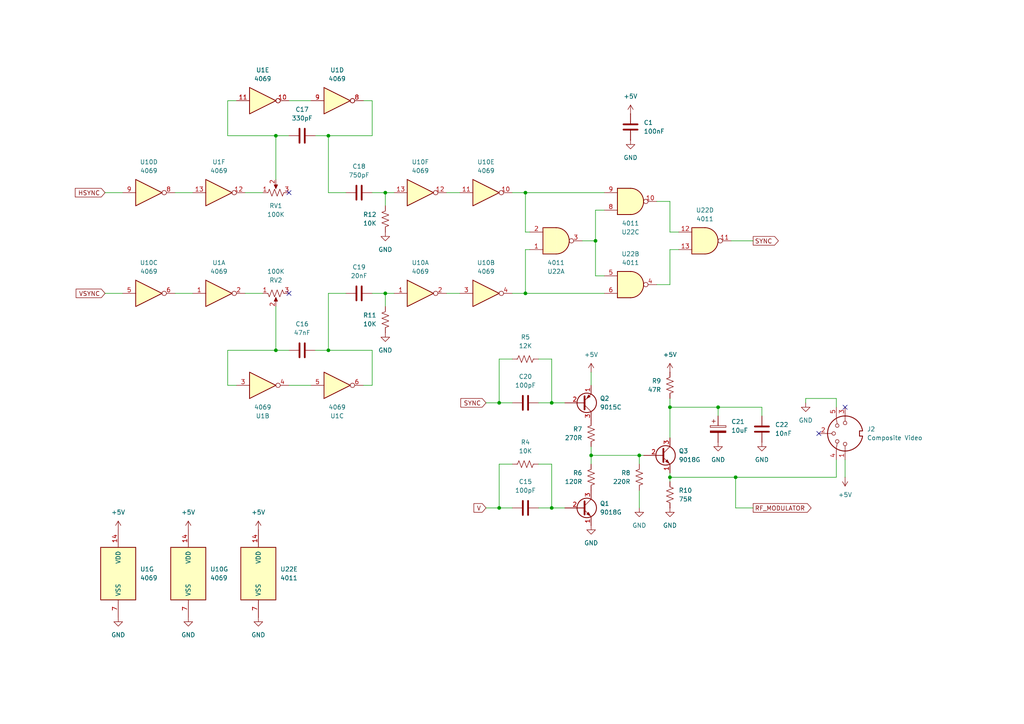
<source format=kicad_sch>
(kicad_sch (version 20231120) (generator "eeschema") (generator_version "8.0")
  (paper "A4")
  (title_block (title "Dick Smith System 80 Video and Cassette") (date "1980"))
  (lib_symbols
    (symbol "4xxx:4011" (pin_names (offset 1.016))
      (property "Reference" "U" (at 0 1.27 0))
      (property "Value" "4011" (at 0 -1.27 0))
      (symbol "4011_1_1"
        (arc (start 0 -3.81) (mid 3.7934 0) (end 0 3.81) (stroke (width 0.254)) (fill (type background)))
        (polyline (pts (xy 0 3.81) (xy -3.81 3.81) (xy -3.81 -3.81) (xy 0 -3.81)) (stroke (width 0.254)) (fill (type background)))
        (pin input line (at -7.62 2.54 0) (length 3.81) (name "~") (number "1"))
        (pin input line (at -7.62 -2.54 0) (length 3.81) (name "~") (number "2"))
        (pin output inverted (at 7.62 0 180) (length 3.81) (name "~") (number "3"))
      )
      (symbol "4011_1_2"
        (arc (start -3.81 -3.81) (mid -2.589 0) (end -3.81 3.81) (stroke (width 0.254)))
        (arc (start -0.6096 -3.81) (mid 2.1842 -2.5851) (end 3.81 0) (stroke (width 0.254)) (fill (type background)))
        (polyline (pts (xy -3.81 -3.81) (xy -0.635 -3.81)) (stroke (width 0.254)) (fill (type background)))
        (polyline (pts (xy -3.81 3.81) (xy -0.635 3.81)) (stroke (width 0.254)) (fill (type background)))
        (polyline (pts (xy -0.635 3.81) (xy -3.81 3.81) (xy -3.81 3.81) (xy -3.556 3.4036) (xy -3.0226 2.2606) (xy -2.6924 1.0414) (xy -2.6162 -0.254) (xy -2.7686 -1.4986) (xy -3.175 -2.7178) (xy -3.81 -3.81) (xy -3.81 -3.81) (xy -0.635 -3.81)) (stroke (width -25.4)) (fill (type background)))
        (arc (start 3.81 0) (mid 2.1915 2.5936) (end -0.6096 3.81) (stroke (width 0.254)) (fill (type background)))
        (pin input inverted (at -7.62 2.54 0) (length 4.318) (name "~") (number "1"))
        (pin input inverted (at -7.62 -2.54 0) (length 4.318) (name "~") (number "2"))
        (pin output line (at 7.62 0 180) (length 3.81) (name "~") (number "3"))
      )
      (symbol "4011_2_1"
        (arc (start 0 -3.81) (mid 3.7934 0) (end 0 3.81) (stroke (width 0.254)) (fill (type background)))
        (polyline (pts (xy 0 3.81) (xy -3.81 3.81) (xy -3.81 -3.81) (xy 0 -3.81)) (stroke (width 0.254)) (fill (type background)))
        (pin output inverted (at 7.62 0 180) (length 3.81) (name "~") (number "4"))
        (pin input line (at -7.62 2.54 0) (length 3.81) (name "~") (number "5"))
        (pin input line (at -7.62 -2.54 0) (length 3.81) (name "~") (number "6"))
      )
      (symbol "4011_2_2"
        (arc (start -3.81 -3.81) (mid -2.589 0) (end -3.81 3.81) (stroke (width 0.254)))
        (arc (start -0.6096 -3.81) (mid 2.1842 -2.5851) (end 3.81 0) (stroke (width 0.254)) (fill (type background)))
        (polyline (pts (xy -3.81 -3.81) (xy -0.635 -3.81)) (stroke (width 0.254)) (fill (type background)))
        (polyline (pts (xy -3.81 3.81) (xy -0.635 3.81)) (stroke (width 0.254)) (fill (type background)))
        (polyline (pts (xy -0.635 3.81) (xy -3.81 3.81) (xy -3.81 3.81) (xy -3.556 3.4036) (xy -3.0226 2.2606) (xy -2.6924 1.0414) (xy -2.6162 -0.254) (xy -2.7686 -1.4986) (xy -3.175 -2.7178) (xy -3.81 -3.81) (xy -3.81 -3.81) (xy -0.635 -3.81)) (stroke (width -25.4)) (fill (type background)))
        (arc (start 3.81 0) (mid 2.1915 2.5936) (end -0.6096 3.81) (stroke (width 0.254)) (fill (type background)))
        (pin output line (at 7.62 0 180) (length 3.81) (name "~") (number "4"))
        (pin input inverted (at -7.62 2.54 0) (length 4.318) (name "~") (number "5"))
        (pin input inverted (at -7.62 -2.54 0) (length 4.318) (name "~") (number "6"))
      )
      (symbol "4011_3_1"
        (arc (start 0 -3.81) (mid 3.7934 0) (end 0 3.81) (stroke (width 0.254)) (fill (type background)))
        (polyline (pts (xy 0 3.81) (xy -3.81 3.81) (xy -3.81 -3.81) (xy 0 -3.81)) (stroke (width 0.254)) (fill (type background)))
        (pin output inverted (at 7.62 0 180) (length 3.81) (name "~") (number "10"))
        (pin input line (at -7.62 2.54 0) (length 3.81) (name "~") (number "8"))
        (pin input line (at -7.62 -2.54 0) (length 3.81) (name "~") (number "9"))
      )
      (symbol "4011_3_2"
        (arc (start -3.81 -3.81) (mid -2.589 0) (end -3.81 3.81) (stroke (width 0.254)))
        (arc (start -0.6096 -3.81) (mid 2.1842 -2.5851) (end 3.81 0) (stroke (width 0.254)) (fill (type background)))
        (polyline (pts (xy -3.81 -3.81) (xy -0.635 -3.81)) (stroke (width 0.254)) (fill (type background)))
        (polyline (pts (xy -3.81 3.81) (xy -0.635 3.81)) (stroke (width 0.254)) (fill (type background)))
        (polyline (pts (xy -0.635 3.81) (xy -3.81 3.81) (xy -3.81 3.81) (xy -3.556 3.4036) (xy -3.0226 2.2606) (xy -2.6924 1.0414) (xy -2.6162 -0.254) (xy -2.7686 -1.4986) (xy -3.175 -2.7178) (xy -3.81 -3.81) (xy -3.81 -3.81) (xy -0.635 -3.81)) (stroke (width -25.4)) (fill (type background)))
        (arc (start 3.81 0) (mid 2.1915 2.5936) (end -0.6096 3.81) (stroke (width 0.254)) (fill (type background)))
        (pin output line (at 7.62 0 180) (length 3.81) (name "~") (number "10"))
        (pin input inverted (at -7.62 2.54 0) (length 4.318) (name "~") (number "8"))
        (pin input inverted (at -7.62 -2.54 0) (length 4.318) (name "~") (number "9"))
      )
      (symbol "4011_4_1"
        (arc (start 0 -3.81) (mid 3.7934 0) (end 0 3.81) (stroke (width 0.254)) (fill (type background)))
        (polyline (pts (xy 0 3.81) (xy -3.81 3.81) (xy -3.81 -3.81) (xy 0 -3.81)) (stroke (width 0.254)) (fill (type background)))
        (pin output inverted (at 7.62 0 180) (length 3.81) (name "~") (number "11"))
        (pin input line (at -7.62 2.54 0) (length 3.81) (name "~") (number "12"))
        (pin input line (at -7.62 -2.54 0) (length 3.81) (name "~") (number "13"))
      )
      (symbol "4011_4_2"
        (arc (start -3.81 -3.81) (mid -2.589 0) (end -3.81 3.81) (stroke (width 0.254)))
        (arc (start -0.6096 -3.81) (mid 2.1842 -2.5851) (end 3.81 0) (stroke (width 0.254)) (fill (type background)))
        (polyline (pts (xy -3.81 -3.81) (xy -0.635 -3.81)) (stroke (width 0.254)) (fill (type background)))
        (polyline (pts (xy -3.81 3.81) (xy -0.635 3.81)) (stroke (width 0.254)) (fill (type background)))
        (polyline (pts (xy -0.635 3.81) (xy -3.81 3.81) (xy -3.81 3.81) (xy -3.556 3.4036) (xy -3.0226 2.2606) (xy -2.6924 1.0414) (xy -2.6162 -0.254) (xy -2.7686 -1.4986) (xy -3.175 -2.7178) (xy -3.81 -3.81) (xy -3.81 -3.81) (xy -0.635 -3.81)) (stroke (width -25.4)) (fill (type background)))
        (arc (start 3.81 0) (mid 2.1915 2.5936) (end -0.6096 3.81) (stroke (width 0.254)) (fill (type background)))
        (pin output line (at 7.62 0 180) (length 3.81) (name "~") (number "11"))
        (pin input inverted (at -7.62 2.54 0) (length 4.318) (name "~") (number "12"))
        (pin input inverted (at -7.62 -2.54 0) (length 4.318) (name "~") (number "13"))
      )
      (symbol "4011_5_0"
        (pin power_in line (at 0 12.7 270) (length 5.08) (name "VDD") (number "14"))
        (pin power_in line (at 0 -12.7 90) (length 5.08) (name "VSS") (number "7"))
      )
      (symbol "4011_5_1"
        (rectangle (start -5.08 7.62) (end 5.08 -7.62) (stroke (width 0.254)) (fill (type background)))
      )
    )
    (symbol "4xxx:4069" (pin_names (offset 1.016))
      (property "Reference" "U" (at 0 1.27 0))
      (property "Value" "4069" (at 0 -1.27 0))
      (symbol "4069_1_0"
        (polyline (pts (xy -3.81 3.81) (xy -3.81 -3.81) (xy 3.81 0) (xy -3.81 3.81)) (stroke (width 0.254)) (fill (type background)))
        (pin input line (at -7.62 0 0) (length 3.81) (name "~") (number "1"))
        (pin output inverted (at 7.62 0 180) (length 3.81) (name "~") (number "2"))
      )
      (symbol "4069_2_0"
        (polyline (pts (xy -3.81 3.81) (xy -3.81 -3.81) (xy 3.81 0) (xy -3.81 3.81)) (stroke (width 0.254)) (fill (type background)))
        (pin input line (at -7.62 0 0) (length 3.81) (name "~") (number "3"))
        (pin output inverted (at 7.62 0 180) (length 3.81) (name "~") (number "4"))
      )
      (symbol "4069_3_0"
        (polyline (pts (xy -3.81 3.81) (xy -3.81 -3.81) (xy 3.81 0) (xy -3.81 3.81)) (stroke (width 0.254)) (fill (type background)))
        (pin input line (at -7.62 0 0) (length 3.81) (name "~") (number "5"))
        (pin output inverted (at 7.62 0 180) (length 3.81) (name "~") (number "6"))
      )
      (symbol "4069_4_0"
        (polyline (pts (xy -3.81 3.81) (xy -3.81 -3.81) (xy 3.81 0) (xy -3.81 3.81)) (stroke (width 0.254)) (fill (type background)))
        (pin output inverted (at 7.62 0 180) (length 3.81) (name "~") (number "8"))
        (pin input line (at -7.62 0 0) (length 3.81) (name "~") (number "9"))
      )
      (symbol "4069_5_0"
        (polyline (pts (xy -3.81 3.81) (xy -3.81 -3.81) (xy 3.81 0) (xy -3.81 3.81)) (stroke (width 0.254)) (fill (type background)))
        (pin output inverted (at 7.62 0 180) (length 3.81) (name "~") (number "10"))
        (pin input line (at -7.62 0 0) (length 3.81) (name "~") (number "11"))
      )
      (symbol "4069_6_0"
        (polyline (pts (xy -3.81 3.81) (xy -3.81 -3.81) (xy 3.81 0) (xy -3.81 3.81)) (stroke (width 0.254)) (fill (type background)))
        (pin output inverted (at 7.62 0 180) (length 3.81) (name "~") (number "12"))
        (pin input line (at -7.62 0 0) (length 3.81) (name "~") (number "13"))
      )
      (symbol "4069_7_0"
        (pin power_in line (at 0 12.7 270) (length 5.08) (name "VDD") (number "14"))
        (pin power_in line (at 0 -12.7 90) (length 5.08) (name "VSS") (number "7"))
      )
      (symbol "4069_7_1"
        (rectangle (start -5.08 7.62) (end 5.08 -7.62) (stroke (width 0.254)) (fill (type background)))
      )
    )
    (symbol "Connector:DIN-5_180degree" (pin_names (offset 1.016))
      (property "Reference" "J" (at 3.175 5.715 0))
      (property "Value" "DIN-5_180degree" (at 0 -6.35 0))
      (symbol "DIN-5_180degree_0_1"
        (arc (start -5.08 0) (mid -3.8609 -3.3364) (end -0.762 -5.08) (stroke (width 0.254)))
        (circle (center -3.048 0) (radius 0.508))
        (circle (center -2.286 2.286) (radius 0.508))
        (polyline (pts (xy -5.08 0) (xy -3.556 0)))
        (polyline (pts (xy 0 5.08) (xy 0 3.81)))
        (polyline (pts (xy 5.08 0) (xy 3.556 0)))
        (polyline (pts (xy -5.08 2.54) (xy -4.318 2.54) (xy -2.794 2.286)))
        (polyline (pts (xy 5.08 2.54) (xy 4.318 2.54) (xy 2.794 2.286)))
        (polyline (pts (xy -0.762 -4.953) (xy -0.762 -4.191) (xy 0.762 -4.191) (xy 0.762 -4.953)) (stroke (width 0.254)))
        (circle (center 0 3.302) (radius 0.508))
        (arc (start 0.762 -5.08) (mid 3.8685 -3.343) (end 5.08 0) (stroke (width 0.254)))
        (circle (center 2.286 2.286) (radius 0.508))
        (circle (center 3.048 0) (radius 0.508))
        (arc (start 5.08 0) (mid 0 5.0579) (end -5.08 0) (stroke (width 0.254)))
      )
      (symbol "DIN-5_180degree_1_1"
        (pin passive line (at -7.62 0 0) (length 2.54) (name "~") (number "1"))
        (pin passive line (at 0 7.62 270) (length 2.54) (name "~") (number "2"))
        (pin passive line (at 7.62 0 180) (length 2.54) (name "~") (number "3"))
        (pin passive line (at -7.62 2.54 0) (length 2.54) (name "~") (number "4"))
        (pin passive line (at 7.62 2.54 180) (length 2.54) (name "~") (number "5"))
      )
    )
    (symbol "Device:C" (pin_numbers hide) (pin_names (offset 0.254))
      (property "Reference" "C" (at 0.635 2.54 0))
      (property "Value" "C" (at 0.635 -2.54 0))
      (symbol "C_0_1"
        (polyline (pts (xy -2.032 -0.762) (xy 2.032 -0.762)) (stroke (width 0.508)))
        (polyline (pts (xy -2.032 0.762) (xy 2.032 0.762)) (stroke (width 0.508)))
      )
      (symbol "C_1_1"
        (pin passive line (at 0 3.81 270) (length 2.794) (name "~") (number "1"))
        (pin passive line (at 0 -3.81 90) (length 2.794) (name "~") (number "2"))
      )
    )
    (symbol "Device:C_Polarized" (pin_numbers hide) (pin_names (offset 0.254))
      (property "Reference" "C" (at 0.635 2.54 0))
      (property "Value" "C_Polarized" (at 0.635 -2.54 0))
      (symbol "C_Polarized_0_1"
        (rectangle (start -2.286 0.508) (end 2.286 1.016))
        (polyline (pts (xy -1.778 2.286) (xy -0.762 2.286)))
        (polyline (pts (xy -1.27 2.794) (xy -1.27 1.778)))
        (rectangle (start 2.286 -0.508) (end -2.286 -1.016) (fill (type outline)))
      )
      (symbol "C_Polarized_1_1"
        (pin passive line (at 0 3.81 270) (length 2.794) (name "~") (number "1"))
        (pin passive line (at 0 -3.81 90) (length 2.794) (name "~") (number "2"))
      )
    )
    (symbol "Device:Q_NPN_EBC" (pin_names (offset 0) hide)
      (property "Reference" "Q" (at 5.08 1.27 0))
      (property "Value" "Q_NPN_EBC" (at 5.08 -1.27 0))
      (symbol "Q_NPN_EBC_0_1"
        (polyline (pts (xy 0.635 0.635) (xy 2.54 2.54)))
        (polyline (pts (xy 0.635 -0.635) (xy 2.54 -2.54) (xy 2.54 -2.54)))
        (polyline (pts (xy 0.635 1.905) (xy 0.635 -1.905) (xy 0.635 -1.905)) (stroke (width 0.508)))
        (polyline (pts (xy 1.27 -1.778) (xy 1.778 -1.27) (xy 2.286 -2.286) (xy 1.27 -1.778) (xy 1.27 -1.778)) (fill (type outline)))
        (circle (center 1.27 0) (radius 2.8194) (stroke (width 0.254)))
      )
      (symbol "Q_NPN_EBC_1_1"
        (pin passive line (at 2.54 -5.08 90) (length 2.54) (name "E") (number "1"))
        (pin passive line (at -5.08 0 0) (length 5.715) (name "B") (number "2"))
        (pin passive line (at 2.54 5.08 270) (length 2.54) (name "C") (number "3"))
      )
    )
    (symbol "Device:Q_PNP_EBC" (pin_names (offset 0) hide)
      (property "Reference" "Q" (at 5.08 1.27 0))
      (property "Value" "Q_PNP_EBC" (at 5.08 -1.27 0))
      (symbol "Q_PNP_EBC_0_1"
        (polyline (pts (xy 0.635 0.635) (xy 2.54 2.54)))
        (polyline (pts (xy 0.635 -0.635) (xy 2.54 -2.54) (xy 2.54 -2.54)))
        (polyline (pts (xy 0.635 1.905) (xy 0.635 -1.905) (xy 0.635 -1.905)) (stroke (width 0.508)))
        (polyline (pts (xy 2.286 -1.778) (xy 1.778 -2.286) (xy 1.27 -1.27) (xy 2.286 -1.778) (xy 2.286 -1.778)) (fill (type outline)))
        (circle (center 1.27 0) (radius 2.8194) (stroke (width 0.254)))
      )
      (symbol "Q_PNP_EBC_1_1"
        (pin passive line (at 2.54 -5.08 90) (length 2.54) (name "E") (number "1"))
        (pin input line (at -5.08 0 0) (length 5.715) (name "B") (number "2"))
        (pin passive line (at 2.54 5.08 270) (length 2.54) (name "C") (number "3"))
      )
    )
    (symbol "Device:R_Potentiometer_US" (pin_names (offset 1.016) hide)
      (property "Reference" "RV" (at -4.445 0 90))
      (property "Value" "R_Potentiometer_US" (at -2.54 0 90))
      (symbol "R_Potentiometer_US_0_1"
        (polyline (pts (xy 0 -2.286) (xy 0 -2.54)))
        (polyline (pts (xy 0 2.54) (xy 0 2.286)))
        (polyline (pts (xy 2.54 0) (xy 1.524 0)))
        (polyline (pts (xy 1.143 0) (xy 2.286 0.508) (xy 2.286 -0.508) (xy 1.143 0)) (fill (type outline)))
        (polyline (pts (xy 0 -0.762) (xy 1.016 -1.143) (xy 0 -1.524) (xy -1.016 -1.905) (xy 0 -2.286)))
        (polyline (pts (xy 0 0.762) (xy 1.016 0.381) (xy 0 0) (xy -1.016 -0.381) (xy 0 -0.762)))
        (polyline (pts (xy 0 2.286) (xy 1.016 1.905) (xy 0 1.524) (xy -1.016 1.143) (xy 0 0.762)))
      )
      (symbol "R_Potentiometer_US_1_1"
        (pin passive line (at 0 3.81 270) (length 1.27) (name "1") (number "1"))
        (pin passive line (at 3.81 0 180) (length 1.27) (name "2") (number "2"))
        (pin passive line (at 0 -3.81 90) (length 1.27) (name "3") (number "3"))
      )
    )
    (symbol "Device:R_US" (pin_numbers hide) (pin_names (offset 0))
      (property "Reference" "R" (at 2.54 0 90))
      (property "Value" "R_US" (at -2.54 0 90))
      (symbol "R_US_0_1"
        (polyline (pts (xy 0 -2.286) (xy 0 -2.54)))
        (polyline (pts (xy 0 2.286) (xy 0 2.54)))
        (polyline (pts (xy 0 -0.762) (xy 1.016 -1.143) (xy 0 -1.524) (xy -1.016 -1.905) (xy 0 -2.286)))
        (polyline (pts (xy 0 0.762) (xy 1.016 0.381) (xy 0 0) (xy -1.016 -0.381) (xy 0 -0.762)))
        (polyline (pts (xy 0 2.286) (xy 1.016 1.905) (xy 0 1.524) (xy -1.016 1.143) (xy 0 0.762)))
      )
      (symbol "R_US_1_1"
        (pin passive line (at 0 3.81 270) (length 1.27) (name "~") (number "1"))
        (pin passive line (at 0 -3.81 90) (length 1.27) (name "~") (number "2"))
      )
    )
    (symbol "power:+5V" (power) (pin_numbers hide) (pin_names (offset 0) hide)
      (property "Value" "+5V" (at 0 3.556 0))
      (symbol "+5V_0_1"
        (polyline (pts (xy -0.762 1.27) (xy 0 2.54)))
        (polyline (pts (xy 0 0) (xy 0 2.54)))
        (polyline (pts (xy 0 2.54) (xy 0.762 1.27)))
      )
      (symbol "+5V_1_1"
        (pin power_in line (at 0 0 90) (length 0) (name "~") (number "1"))
      )
    )
    (symbol "power:GND" (power) (pin_numbers hide) (pin_names (offset 0) hide)
      (property "Value" "GND" (at 0 -3.81 0))
      (symbol "GND_0_1"
        (polyline (pts (xy 0 0) (xy 0 -1.27) (xy 1.27 -1.27) (xy 0 -2.54) (xy -1.27 -1.27) (xy 0 -1.27)))
      )
      (symbol "GND_1_1"
        (pin power_in line (at 0 0 270) (length 0) (name "~") (number "1"))
      )
    )
  )
  (junction (at 152.4 55.88))
  (junction (at 194.31 138.43))
  (junction (at 152.4 85.09))
  (junction (at 144.78 116.84))
  (junction (at 213.36 138.43))
  (junction (at 95.25 39.37))
  (junction (at 172.72 69.85))
  (junction (at 208.28 118.11))
  (junction (at 111.76 55.88))
  (junction (at 144.78 147.32))
  (junction (at 111.76 85.09))
  (junction (at 80.01 101.6))
  (junction (at 171.45 132.08))
  (junction (at 160.02 116.84))
  (junction (at 160.02 147.32))
  (junction (at 95.25 101.6))
  (junction (at 194.31 118.11))
  (junction (at 80.01 39.37))
  (junction (at 185.42 132.08))
  (no_connect (at 83.82 85.09))
  (no_connect (at 245.11 118.11))
  (no_connect (at 83.82 55.88))
  (no_connect (at 237.49 125.73))
  (wire (pts (xy 100.33 55.88) (xy 95.25 55.88)))
  (wire (pts (xy 148.59 55.88) (xy 152.4 55.88)))
  (wire (pts (xy 152.4 85.09) (xy 152.4 72.39)))
  (wire (pts (xy 80.01 39.37) (xy 80.01 52.07)))
  (wire (pts (xy 171.45 107.95) (xy 171.45 111.76)))
  (wire (pts (xy 111.76 59.69) (xy 111.76 55.88)))
  (wire (pts (xy 152.4 85.09) (xy 175.26 85.09)))
  (wire (pts (xy 95.25 39.37) (xy 107.95 39.37)))
  (wire (pts (xy 80.01 39.37) (xy 66.04 39.37)))
  (wire (pts (xy 220.98 118.11) (xy 208.28 118.11)))
  (wire (pts (xy 83.82 29.21) (xy 90.17 29.21)))
  (wire (pts (xy 160.02 134.62) (xy 160.02 147.32)))
  (wire (pts (xy 160.02 116.84) (xy 163.83 116.84)))
  (wire (pts (xy 233.68 116.84) (xy 233.68 115.57)))
  (wire (pts (xy 190.5 82.55) (xy 194.31 82.55)))
  (wire (pts (xy 171.45 129.54) (xy 171.45 132.08)))
  (wire (pts (xy 185.42 132.08) (xy 186.69 132.08)))
  (wire (pts (xy 80.01 101.6) (xy 66.04 101.6)))
  (wire (pts (xy 30.48 85.09) (xy 35.56 85.09)))
  (wire (pts (xy 194.31 58.42) (xy 194.31 67.31)))
  (wire (pts (xy 100.33 85.09) (xy 95.25 85.09)))
  (wire (pts (xy 111.76 55.88) (xy 114.3 55.88)))
  (wire (pts (xy 30.48 55.88) (xy 35.56 55.88)))
  (wire (pts (xy 148.59 85.09) (xy 152.4 85.09)))
  (wire (pts (xy 194.31 138.43) (xy 194.31 137.16)))
  (wire (pts (xy 107.95 29.21) (xy 105.41 29.21)))
  (wire (pts (xy 111.76 55.88) (xy 107.95 55.88)))
  (wire (pts (xy 160.02 104.14) (xy 160.02 116.84)))
  (wire (pts (xy 218.44 147.32) (xy 213.36 147.32)))
  (wire (pts (xy 66.04 111.76) (xy 68.58 111.76)))
  (wire (pts (xy 152.4 67.31) (xy 153.67 67.31)))
  (wire (pts (xy 172.72 60.96) (xy 175.26 60.96)))
  (wire (pts (xy 156.21 116.84) (xy 160.02 116.84)))
  (wire (pts (xy 194.31 115.57) (xy 194.31 118.11)))
  (wire (pts (xy 144.78 116.84) (xy 148.59 116.84)))
  (wire (pts (xy 190.5 58.42) (xy 194.31 58.42)))
  (wire (pts (xy 194.31 67.31) (xy 196.85 67.31)))
  (wire (pts (xy 175.26 80.01) (xy 172.72 80.01)))
  (wire (pts (xy 144.78 104.14) (xy 144.78 116.84)))
  (wire (pts (xy 107.95 85.09) (xy 111.76 85.09)))
  (wire (pts (xy 213.36 138.43) (xy 194.31 138.43)))
  (wire (pts (xy 208.28 120.65) (xy 208.28 118.11)))
  (wire (pts (xy 242.57 133.35) (xy 242.57 138.43)))
  (wire (pts (xy 66.04 39.37) (xy 66.04 29.21)))
  (wire (pts (xy 83.82 39.37) (xy 80.01 39.37)))
  (wire (pts (xy 194.31 118.11) (xy 194.31 127)))
  (wire (pts (xy 107.95 111.76) (xy 107.95 101.6)))
  (wire (pts (xy 148.59 104.14) (xy 144.78 104.14)))
  (wire (pts (xy 140.97 116.84) (xy 144.78 116.84)))
  (wire (pts (xy 172.72 69.85) (xy 172.72 60.96)))
  (wire (pts (xy 129.54 55.88) (xy 133.35 55.88)))
  (wire (pts (xy 148.59 134.62) (xy 144.78 134.62)))
  (wire (pts (xy 194.31 82.55) (xy 194.31 72.39)))
  (wire (pts (xy 91.44 101.6) (xy 95.25 101.6)))
  (wire (pts (xy 156.21 134.62) (xy 160.02 134.62)))
  (wire (pts (xy 111.76 85.09) (xy 114.3 85.09)))
  (wire (pts (xy 152.4 72.39) (xy 153.67 72.39)))
  (wire (pts (xy 171.45 132.08) (xy 171.45 134.62)))
  (wire (pts (xy 245.11 133.35) (xy 245.11 138.43)))
  (wire (pts (xy 71.12 55.88) (xy 76.2 55.88)))
  (wire (pts (xy 220.98 120.65) (xy 220.98 118.11)))
  (wire (pts (xy 76.2 85.09) (xy 71.12 85.09)))
  (wire (pts (xy 212.09 69.85) (xy 218.44 69.85)))
  (wire (pts (xy 50.8 55.88) (xy 55.88 55.88)))
  (wire (pts (xy 107.95 111.76) (xy 105.41 111.76)))
  (wire (pts (xy 185.42 142.24) (xy 185.42 147.32)))
  (wire (pts (xy 168.91 69.85) (xy 172.72 69.85)))
  (wire (pts (xy 144.78 147.32) (xy 148.59 147.32)))
  (wire (pts (xy 156.21 147.32) (xy 160.02 147.32)))
  (wire (pts (xy 156.21 104.14) (xy 160.02 104.14)))
  (wire (pts (xy 144.78 134.62) (xy 144.78 147.32)))
  (wire (pts (xy 172.72 69.85) (xy 172.72 80.01)))
  (wire (pts (xy 50.8 85.09) (xy 55.88 85.09)))
  (wire (pts (xy 160.02 147.32) (xy 163.83 147.32)))
  (wire (pts (xy 242.57 115.57) (xy 242.57 118.11)))
  (wire (pts (xy 194.31 72.39) (xy 196.85 72.39)))
  (wire (pts (xy 194.31 139.7) (xy 194.31 138.43)))
  (wire (pts (xy 140.97 147.32) (xy 144.78 147.32)))
  (wire (pts (xy 66.04 29.21) (xy 68.58 29.21)))
  (wire (pts (xy 111.76 88.9) (xy 111.76 85.09)))
  (wire (pts (xy 133.35 85.09) (xy 129.54 85.09)))
  (wire (pts (xy 83.82 101.6) (xy 80.01 101.6)))
  (wire (pts (xy 242.57 138.43) (xy 213.36 138.43)))
  (wire (pts (xy 107.95 39.37) (xy 107.95 29.21)))
  (wire (pts (xy 213.36 147.32) (xy 213.36 138.43)))
  (wire (pts (xy 152.4 55.88) (xy 175.26 55.88)))
  (wire (pts (xy 185.42 132.08) (xy 185.42 134.62)))
  (wire (pts (xy 66.04 111.76) (xy 66.04 101.6)))
  (wire (pts (xy 91.44 39.37) (xy 95.25 39.37)))
  (wire (pts (xy 233.68 115.57) (xy 242.57 115.57)))
  (wire (pts (xy 171.45 132.08) (xy 185.42 132.08)))
  (wire (pts (xy 95.25 101.6) (xy 95.25 85.09)))
  (wire (pts (xy 80.01 88.9) (xy 80.01 101.6)))
  (wire (pts (xy 83.82 111.76) (xy 90.17 111.76)))
  (wire (pts (xy 95.25 101.6) (xy 107.95 101.6)))
  (wire (pts (xy 194.31 118.11) (xy 208.28 118.11)))
  (wire (pts (xy 152.4 55.88) (xy 152.4 67.31)))
  (wire (pts (xy 95.25 55.88) (xy 95.25 39.37)))
  (global_label "VSYNC" (shape input) (at 30.48 85.09 180) (property "Intersheetrefs" "${INTERSHEET_REFS}" (effects (hide yes))))
  (global_label "V" (shape input) (at 140.97 147.32 180) (property "Intersheetrefs" "${INTERSHEET_REFS}" (effects (hide yes))))
  (global_label "SYNC" (shape output) (at 218.44 69.85 0) (property "Intersheetrefs" "${INTERSHEET_REFS}" (effects (hide yes))))
  (global_label "HSYNC" (shape input) (at 30.48 55.88 180) (property "Intersheetrefs" "${INTERSHEET_REFS}" (effects (hide yes))))
  (global_label "SYNC" (shape input) (at 140.97 116.84 180) (property "Intersheetrefs" "${INTERSHEET_REFS}" (effects (hide yes))))
  (global_label "RF_MODULATOR" (shape output) (at 218.44 147.32 0) (property "Intersheetrefs" "${INTERSHEET_REFS}" (effects (hide yes))))
  (symbol (lib_id "power:GND") (at 185.42 147.32 0) (unit 1)
    (property "Reference" "#PWR0130" (effects (hide yes)))
    (property "Value" "GND" (at 185.42 152.4 0))
    (property "Description" "Power symbol creates a global label with name \"GND\" , ground" (effects (hide yes)))
  )
  (symbol (lib_id "power:+5V") (at 74.93 153.67 0) (unit 1)
    (property "Reference" "#PWR0127" (effects (hide yes)))
    (property "Value" "+5V" (at 74.93 148.59 0))
    (property "Description" "Power symbol creates a global label with name \"+5V\"" (effects (hide yes)))
  )
  (symbol (lib_id "4xxx:4069") (at 63.5 55.88 0) (unit 6)
    (property "Reference" "U1" (at 63.5 46.99 0))
    (property "Value" "4069" (at 63.5 49.53 0))
    (property "Footprint" "Package_DIP:DIP-14_W7.62mm" (effects (hide yes)))
    (property "Datasheet" "http://www.intersil.com/content/dam/Intersil/documents/cd40/cd4069ubms.pdf" (effects (hide yes)))
    (property "Description" "Hex inverter" (effects (hide yes)))
  )
  (symbol (lib_id "4xxx:4069") (at 63.5 85.09 0) (unit 1)
    (property "Reference" "U1" (at 63.5 76.2 0))
    (property "Value" "4069" (at 63.5 78.74 0))
    (property "Footprint" "Package_DIP:DIP-14_W7.62mm" (effects (hide yes)))
    (property "Datasheet" "http://www.intersil.com/content/dam/Intersil/documents/cd40/cd4069ubms.pdf" (effects (hide yes)))
    (property "Description" "Hex inverter" (effects (hide yes)))
  )
  (symbol (lib_id "Device:C") (at 152.4 116.84 90) (unit 1)
    (property "Reference" "C20" (at 152.4 109.22 90))
    (property "Value" "100pF" (at 152.4 111.76 90))
    (property "Description" "Unpolarized capacitor" (effects (hide yes)))
  )
  (symbol (lib_id "Device:R_US") (at 152.4 134.62 90) (unit 1)
    (property "Reference" "R4" (at 152.4 128.27 90))
    (property "Value" "10K" (at 152.4 130.81 90))
    (property "Description" "Resistor, US symbol" (effects (hide yes)))
  )
  (symbol (lib_id "4xxx:4069") (at 97.79 29.21 0) (unit 4)
    (property "Reference" "U1" (at 97.79 20.32 0))
    (property "Value" "4069" (at 97.79 22.86 0))
    (property "Footprint" "Package_DIP:DIP-14_W7.62mm" (effects (hide yes)))
    (property "Datasheet" "http://www.intersil.com/content/dam/Intersil/documents/cd40/cd4069ubms.pdf" (effects (hide yes)))
    (property "Description" "Hex inverter" (effects (hide yes)))
  )
  (symbol (lib_id "4xxx:4069") (at 54.61 166.37 0) (unit 7)
    (property "Reference" "U10" (at 60.96 165.0999 0) (effects (justify left)))
    (property "Value" "4069" (at 60.96 167.6399 0) (effects (justify left)))
    (property "Footprint" "Package_DIP:DIP-14_W7.62mm" (effects (hide yes)))
    (property "Datasheet" "http://www.intersil.com/content/dam/Intersil/documents/cd40/cd4069ubms.pdf" (effects (hide yes)))
    (property "Description" "Hex inverter" (effects (hide yes)))
  )
  (symbol (lib_id "power:+5V") (at 34.29 153.67 0) (unit 1)
    (property "Reference" "#PWR0125" (effects (hide yes)))
    (property "Value" "+5V" (at 34.29 148.59 0))
    (property "Description" "Power symbol creates a global label with name \"+5V\"" (effects (hide yes)))
  )
  (symbol (lib_id "4xxx:4069") (at 43.18 85.09 0) (unit 3)
    (property "Reference" "U10" (at 43.18 76.2 0))
    (property "Value" "4069" (at 43.18 78.74 0))
    (property "Footprint" "Package_DIP:DIP-14_W7.62mm" (effects (hide yes)))
    (property "Datasheet" "http://www.intersil.com/content/dam/Intersil/documents/cd40/cd4069ubms.pdf" (effects (hide yes)))
    (property "Description" "Hex inverter" (effects (hide yes)))
  )
  (symbol (lib_id "Device:R_Potentiometer_US") (at 80.01 55.88 90) (unit 1)
    (property "Reference" "RV1" (at 80.01 59.69 90))
    (property "Value" "100K" (at 80.01 62.23 90))
    (property "Description" "Potentiometer, US symbol" (effects (hide yes)))
  )
  (symbol (lib_id "power:+5V") (at 171.45 107.95 0) (unit 1)
    (property "Reference" "#PWR0132" (effects (hide yes)))
    (property "Value" "+5V" (at 171.45 102.87 0))
    (property "Description" "Power symbol creates a global label with name \"+5V\"" (effects (hide yes)))
  )
  (symbol (lib_id "4xxx:4069") (at 121.92 85.09 0) (unit 1)
    (property "Reference" "U10" (at 121.92 76.2 0))
    (property "Value" "4069" (at 121.92 78.74 0))
    (property "Footprint" "Package_DIP:DIP-14_W7.62mm" (effects (hide yes)))
    (property "Datasheet" "http://www.intersil.com/content/dam/Intersil/documents/cd40/cd4069ubms.pdf" (effects (hide yes)))
    (property "Description" "Hex inverter" (effects (hide yes)))
  )
  (symbol (lib_id "4xxx:4011") (at 161.29 69.85 0) (mirror x) (unit 1)
    (property "Reference" "U22" (at 161.2817 78.74 0))
    (property "Value" "4011" (at 161.2817 76.2 0))
    (property "Footprint" "Package_DIP:DIP-14_W7.62mm" (effects (hide yes)))
    (property "Datasheet" "http://www.intersil.com/content/dam/Intersil/documents/cd40/cd4011bms-12bms-23bms.pdf" (effects (hide yes)))
    (property "Description" "Quad Nand 2 inputs" (effects (hide yes)))
  )
  (symbol (lib_id "Device:Q_NPN_EBC") (at 191.77 132.08 0) (unit 1)
    (property "Reference" "Q3" (at 196.85 130.8099 0) (effects (justify left)))
    (property "Value" "9018G" (at 196.85 133.3499 0) (effects (justify left)))
    (property "Description" "NPN transistor, emitter/base/collector" (effects (hide yes)))
  )
  (symbol (lib_id "4xxx:4069") (at 140.97 55.88 0) (unit 5)
    (property "Reference" "U10" (at 140.97 46.99 0))
    (property "Value" "4069" (at 140.97 49.53 0))
    (property "Footprint" "Package_DIP:DIP-14_W7.62mm" (effects (hide yes)))
    (property "Datasheet" "http://www.intersil.com/content/dam/Intersil/documents/cd40/cd4069ubms.pdf" (effects (hide yes)))
    (property "Description" "Hex inverter" (effects (hide yes)))
  )
  (symbol (lib_id "4xxx:4011") (at 204.47 69.85 0) (unit 4)
    (property "Reference" "U22" (at 204.4617 60.96 0))
    (property "Value" "4011" (at 204.4617 63.5 0))
    (property "Footprint" "Package_DIP:DIP-14_W7.62mm" (effects (hide yes)))
    (property "Datasheet" "http://www.intersil.com/content/dam/Intersil/documents/cd40/cd4011bms-12bms-23bms.pdf" (effects (hide yes)))
    (property "Description" "Quad Nand 2 inputs" (effects (hide yes)))
  )
  (symbol (lib_id "power:+5V") (at 245.11 138.43 180) (unit 1)
    (property "Reference" "#PWR0136" (effects (hide yes)))
    (property "Value" "+5V" (at 245.11 143.51 0))
    (property "Description" "Power symbol creates a global label with name \"+5V\"" (effects (hide yes)))
  )
  (symbol (lib_id "4xxx:4011") (at 74.93 166.37 0) (unit 5)
    (property "Reference" "U22" (at 81.28 165.0999 0) (effects (justify left)))
    (property "Value" "4011" (at 81.28 167.6399 0) (effects (justify left)))
    (property "Footprint" "Package_DIP:DIP-14_W7.62mm" (effects (hide yes)))
    (property "Datasheet" "http://www.intersil.com/content/dam/Intersil/documents/cd40/cd4011bms-12bms-23bms.pdf" (effects (hide yes)))
    (property "Description" "Quad Nand 2 inputs" (effects (hide yes)))
  )
  (symbol (lib_id "4xxx:4069") (at 121.92 55.88 0) (unit 6)
    (property "Reference" "U10" (at 121.92 46.99 0))
    (property "Value" "4069" (at 121.92 49.53 0))
    (property "Footprint" "Package_DIP:DIP-14_W7.62mm" (effects (hide yes)))
    (property "Datasheet" "http://www.intersil.com/content/dam/Intersil/documents/cd40/cd4069ubms.pdf" (effects (hide yes)))
    (property "Description" "Hex inverter" (effects (hide yes)))
  )
  (symbol (lib_id "Device:C") (at 152.4 147.32 90) (unit 1)
    (property "Reference" "C15" (at 152.4 139.7 90))
    (property "Value" "100pF" (at 152.4 142.24 90))
    (property "Description" "Unpolarized capacitor" (effects (hide yes)))
  )
  (symbol (lib_id "4xxx:4011") (at 182.88 58.42 0) (mirror x) (unit 3)
    (property "Reference" "U22" (at 182.8717 67.31 0))
    (property "Value" "4011" (at 182.8717 64.77 0))
    (property "Footprint" "Package_DIP:DIP-14_W7.62mm" (effects (hide yes)))
    (property "Datasheet" "http://www.intersil.com/content/dam/Intersil/documents/cd40/cd4011bms-12bms-23bms.pdf" (effects (hide yes)))
    (property "Description" "Quad Nand 2 inputs" (effects (hide yes)))
  )
  (symbol (lib_id "power:GND") (at 171.45 152.4 0) (unit 1)
    (property "Reference" "#PWR0129" (effects (hide yes)))
    (property "Value" "GND" (at 171.45 157.48 0))
    (property "Description" "Power symbol creates a global label with name \"GND\" , ground" (effects (hide yes)))
  )
  (symbol (lib_id "Device:C_Polarized") (at 208.28 124.46 0) (unit 1)
    (property "Reference" "C21" (at 212.09 122.3009 0) (effects (justify left)))
    (property "Value" "10uF" (at 212.09 124.8409 0) (effects (justify left)))
    (property "Description" "Polarized capacitor" (effects (hide yes)))
  )
  (symbol (lib_id "Device:Q_NPN_EBC") (at 168.91 147.32 0) (unit 1)
    (property "Reference" "Q1" (at 173.99 146.0499 0) (effects (justify left)))
    (property "Value" "9018G" (at 173.99 148.5899 0) (effects (justify left)))
    (property "Description" "NPN transistor, emitter/base/collector" (effects (hide yes)))
  )
  (symbol (lib_id "4xxx:4069") (at 43.18 55.88 0) (unit 4)
    (property "Reference" "U10" (at 43.18 46.99 0))
    (property "Value" "4069" (at 43.18 49.53 0))
    (property "Footprint" "Package_DIP:DIP-14_W7.62mm" (effects (hide yes)))
    (property "Datasheet" "http://www.intersil.com/content/dam/Intersil/documents/cd40/cd4069ubms.pdf" (effects (hide yes)))
    (property "Description" "Hex inverter" (effects (hide yes)))
  )
  (symbol (lib_id "Device:R_US") (at 111.76 92.71 0) (mirror y) (unit 1)
    (property "Reference" "R11" (at 109.22 91.4399 0) (effects (justify left)))
    (property "Value" "10K" (at 109.22 93.9799 0) (effects (justify left)))
    (property "Description" "Resistor, US symbol" (effects (hide yes)))
  )
  (symbol (lib_id "4xxx:4069") (at 34.29 166.37 0) (unit 7)
    (property "Reference" "U1" (at 40.64 165.0999 0) (effects (justify left)))
    (property "Value" "4069" (at 40.64 167.6399 0) (effects (justify left)))
    (property "Footprint" "Package_DIP:DIP-14_W7.62mm" (effects (hide yes)))
    (property "Datasheet" "http://www.intersil.com/content/dam/Intersil/documents/cd40/cd4069ubms.pdf" (effects (hide yes)))
    (property "Description" "Hex inverter" (effects (hide yes)))
  )
  (symbol (lib_id "power:+5V") (at 54.61 153.67 0) (unit 1)
    (property "Reference" "#PWR0126" (effects (hide yes)))
    (property "Value" "+5V" (at 54.61 148.59 0))
    (property "Description" "Power symbol creates a global label with name \"+5V\"" (effects (hide yes)))
  )
  (symbol (lib_id "Device:C") (at 104.14 55.88 90) (unit 1)
    (property "Reference" "C18" (at 104.14 48.26 90))
    (property "Value" "750pF" (at 104.14 50.8 90))
    (property "Description" "Unpolarized capacitor" (effects (hide yes)))
  )
  (symbol (lib_id "Device:R_US") (at 194.31 111.76 0) (mirror y) (unit 1)
    (property "Reference" "R9" (at 191.77 110.4899 0) (effects (justify left)))
    (property "Value" "47R" (at 191.77 113.0299 0) (effects (justify left)))
    (property "Description" "Resistor, US symbol" (effects (hide yes)))
  )
  (symbol (lib_id "Device:C") (at 87.63 39.37 90) (unit 1)
    (property "Reference" "C17" (at 87.63 31.75 90))
    (property "Value" "330pF" (at 87.63 34.29 90))
    (property "Description" "Unpolarized capacitor" (effects (hide yes)))
  )
  (symbol (lib_id "Device:C") (at 104.14 85.09 90) (unit 1)
    (property "Reference" "C19" (at 104.14 77.47 90))
    (property "Value" "20nF" (at 104.14 80.01 90))
    (property "Description" "Unpolarized capacitor" (effects (hide yes)))
  )
  (symbol (lib_id "Device:R_US") (at 111.76 63.5 0) (mirror y) (unit 1)
    (property "Reference" "R12" (at 109.22 62.2299 0) (effects (justify left)))
    (property "Value" "10K" (at 109.22 64.7699 0) (effects (justify left)))
    (property "Description" "Resistor, US symbol" (effects (hide yes)))
  )
  (symbol (lib_id "power:GND") (at 54.61 179.07 0) (unit 1)
    (property "Reference" "#PWR0124" (effects (hide yes)))
    (property "Value" "GND" (at 54.61 184.15 0))
    (property "Description" "Power symbol creates a global label with name \"GND\" , ground" (effects (hide yes)))
  )
  (symbol (lib_id "Device:R_US") (at 171.45 125.73 0) (mirror y) (unit 1)
    (property "Reference" "R7" (at 168.91 124.4599 0) (effects (justify left)))
    (property "Value" "270R" (at 168.91 126.9999 0) (effects (justify left)))
    (property "Description" "Resistor, US symbol" (effects (hide yes)))
  )
  (symbol (lib_id "power:+5V") (at 182.88 33.02 0) (unit 1)
    (property "Reference" "#PWR0173" (effects (hide yes)))
    (property "Value" "+5V" (at 182.88 27.94 0))
    (property "Description" "Power symbol creates a global label with name \"+5V\"" (effects (hide yes)))
  )
  (symbol (lib_id "Device:R_US") (at 194.31 143.51 0) (unit 1)
    (property "Reference" "R10" (at 196.85 142.2399 0) (effects (justify left)))
    (property "Value" "75R" (at 196.85 144.7799 0) (effects (justify left)))
    (property "Description" "Resistor, US symbol" (effects (hide yes)))
  )
  (symbol (lib_id "Device:C") (at 87.63 101.6 90) (unit 1)
    (property "Reference" "C16" (at 87.63 93.98 90))
    (property "Value" "47nF" (at 87.63 96.52 90))
    (property "Description" "Unpolarized capacitor" (effects (hide yes)))
  )
  (symbol (lib_id "4xxx:4069") (at 76.2 29.21 0) (unit 5)
    (property "Reference" "U1" (at 76.2 20.32 0))
    (property "Value" "4069" (at 76.2 22.86 0))
    (property "Footprint" "Package_DIP:DIP-14_W7.62mm" (effects (hide yes)))
    (property "Datasheet" "http://www.intersil.com/content/dam/Intersil/documents/cd40/cd4069ubms.pdf" (effects (hide yes)))
    (property "Description" "Hex inverter" (effects (hide yes)))
  )
  (symbol (lib_id "power:GND") (at 34.29 179.07 0) (unit 1)
    (property "Reference" "#PWR0123" (effects (hide yes)))
    (property "Value" "GND" (at 34.29 184.15 0))
    (property "Description" "Power symbol creates a global label with name \"GND\" , ground" (effects (hide yes)))
  )
  (symbol (lib_id "Device:R_US") (at 152.4 104.14 90) (unit 1)
    (property "Reference" "R5" (at 152.4 97.79 90))
    (property "Value" "12K" (at 152.4 100.33 90))
    (property "Description" "Resistor, US symbol" (effects (hide yes)))
  )
  (symbol (lib_id "Device:R_US") (at 171.45 138.43 0) (mirror y) (unit 1)
    (property "Reference" "R6" (at 168.91 137.1599 0) (effects (justify left)))
    (property "Value" "120R" (at 168.91 139.6999 0) (effects (justify left)))
    (property "Description" "Resistor, US symbol" (effects (hide yes)))
  )
  (symbol (lib_id "power:+5V") (at 194.31 107.95 0) (unit 1)
    (property "Reference" "#PWR0133" (effects (hide yes)))
    (property "Value" "+5V" (at 194.31 102.87 0))
    (property "Description" "Power symbol creates a global label with name \"+5V\"" (effects (hide yes)))
  )
  (symbol (lib_id "4xxx:4011") (at 182.88 82.55 0) (unit 2)
    (property "Reference" "U22" (at 182.8717 73.66 0))
    (property "Value" "4011" (at 182.8717 76.2 0))
    (property "Footprint" "Package_DIP:DIP-14_W7.62mm" (effects (hide yes)))
    (property "Datasheet" "http://www.intersil.com/content/dam/Intersil/documents/cd40/cd4011bms-12bms-23bms.pdf" (effects (hide yes)))
    (property "Description" "Quad Nand 2 inputs" (effects (hide yes)))
  )
  (symbol (lib_id "Device:Q_PNP_EBC") (at 168.91 116.84 0) (mirror x) (unit 1)
    (property "Reference" "Q2" (at 173.99 115.5699 0) (effects (justify left)))
    (property "Value" "9015C" (at 173.99 118.1099 0) (effects (justify left)))
    (property "Description" "PNP transistor, emitter/base/collector" (effects (hide yes)))
  )
  (symbol (lib_id "power:GND") (at 208.28 128.27 0) (unit 1)
    (property "Reference" "#PWR0134" (effects (hide yes)))
    (property "Value" "GND" (at 208.28 133.35 0))
    (property "Description" "Power symbol creates a global label with name \"GND\" , ground" (effects (hide yes)))
  )
  (symbol (lib_id "Device:R_US") (at 185.42 138.43 0) (mirror y) (unit 1)
    (property "Reference" "R8" (at 182.88 137.1599 0) (effects (justify left)))
    (property "Value" "220R" (at 182.88 139.6999 0) (effects (justify left)))
    (property "Description" "Resistor, US symbol" (effects (hide yes)))
  )
  (symbol (lib_id "Device:R_Potentiometer_US") (at 80.01 85.09 90) (mirror x) (unit 1)
    (property "Reference" "RV2" (at 80.01 81.28 90))
    (property "Value" "100K" (at 80.01 78.74 90))
    (property "Description" "Potentiometer, US symbol" (effects (hide yes)))
  )
  (symbol (lib_id "4xxx:4069") (at 97.79 111.76 0) (mirror x) (unit 3)
    (property "Reference" "U1" (at 97.79 120.65 0))
    (property "Value" "4069" (at 97.79 118.11 0))
    (property "Footprint" "Package_DIP:DIP-14_W7.62mm" (effects (hide yes)))
    (property "Datasheet" "http://www.intersil.com/content/dam/Intersil/documents/cd40/cd4069ubms.pdf" (effects (hide yes)))
    (property "Description" "Hex inverter" (effects (hide yes)))
  )
  (symbol (lib_id "power:GND") (at 74.93 179.07 0) (unit 1)
    (property "Reference" "#PWR0128" (effects (hide yes)))
    (property "Value" "GND" (at 74.93 184.15 0))
    (property "Description" "Power symbol creates a global label with name \"GND\" , ground" (effects (hide yes)))
  )
  (symbol (lib_id "Connector:DIN-5_180degree") (at 245.11 125.73 90) (unit 1)
    (property "Reference" "J2" (at 251.46 124.4598 90) (effects (justify right)))
    (property "Value" "Composite Video" (at 251.46 126.9998 90) (effects (justify right)))
    (property "Datasheet" "http://www.mouser.com/ds/2/18/40_c091_abd_e-75918.pdf" (effects (hide yes)))
    (property "Description" "5-pin DIN connector (5-pin DIN-5 stereo)" (effects (hide yes)))
  )
  (symbol (lib_id "power:GND") (at 194.31 147.32 0) (unit 1)
    (property "Reference" "#PWR0131" (effects (hide yes)))
    (property "Value" "GND" (at 194.31 152.4 0))
    (property "Description" "Power symbol creates a global label with name \"GND\" , ground" (effects (hide yes)))
  )
  (symbol (lib_id "power:GND") (at 111.76 96.52 0) (unit 1)
    (property "Reference" "#PWR0122" (effects (hide yes)))
    (property "Value" "GND" (at 111.76 101.6 0))
    (property "Description" "Power symbol creates a global label with name \"GND\" , ground" (effects (hide yes)))
  )
  (symbol (lib_id "power:GND") (at 233.68 116.84 0) (unit 1)
    (property "Reference" "#PWR0137" (effects (hide yes)))
    (property "Value" "GND" (at 233.68 121.92 0))
    (property "Description" "Power symbol creates a global label with name \"GND\" , ground" (effects (hide yes)))
  )
  (symbol (lib_id "power:GND") (at 182.88 40.64 0) (unit 1)
    (property "Reference" "#PWR0172" (effects (hide yes)))
    (property "Value" "GND" (at 182.88 45.72 0))
    (property "Description" "Power symbol creates a global label with name \"GND\" , ground" (effects (hide yes)))
  )
  (symbol (lib_id "Device:C") (at 182.88 36.83 0) (unit 1)
    (property "Reference" "C1" (at 186.69 35.5599 0) (effects (justify left)))
    (property "Value" "100nF" (at 186.69 38.0999 0) (effects (justify left)))
    (property "Description" "Unpolarized capacitor" (effects (hide yes)))
  )
  (symbol (lib_id "power:GND") (at 220.98 128.27 0) (unit 1)
    (property "Reference" "#PWR0135" (effects (hide yes)))
    (property "Value" "GND" (at 220.98 133.35 0))
    (property "Description" "Power symbol creates a global label with name \"GND\" , ground" (effects (hide yes)))
  )
  (symbol (lib_id "4xxx:4069") (at 140.97 85.09 0) (unit 2)
    (property "Reference" "U10" (at 140.97 76.2 0))
    (property "Value" "4069" (at 140.97 78.74 0))
    (property "Footprint" "Package_DIP:DIP-14_W7.62mm" (effects (hide yes)))
    (property "Datasheet" "http://www.intersil.com/content/dam/Intersil/documents/cd40/cd4069ubms.pdf" (effects (hide yes)))
    (property "Description" "Hex inverter" (effects (hide yes)))
  )
  (symbol (lib_id "power:GND") (at 111.76 67.31 0) (unit 1)
    (property "Reference" "#PWR0121" (effects (hide yes)))
    (property "Value" "GND" (at 111.76 72.39 0))
    (property "Description" "Power symbol creates a global label with name \"GND\" , ground" (effects (hide yes)))
  )
  (symbol (lib_id "Device:C") (at 220.98 124.46 0) (unit 1)
    (property "Reference" "C22" (at 224.79 123.1899 0) (effects (justify left)))
    (property "Value" "10nF" (at 224.79 125.7299 0) (effects (justify left)))
    (property "Description" "Unpolarized capacitor" (effects (hide yes)))
  )
  (symbol (lib_id "4xxx:4069") (at 76.2 111.76 0) (mirror x) (unit 2)
    (property "Reference" "U1" (at 76.2 120.65 0))
    (property "Value" "4069" (at 76.2 118.11 0))
    (property "Footprint" "Package_DIP:DIP-14_W7.62mm" (effects (hide yes)))
    (property "Datasheet" "http://www.intersil.com/content/dam/Intersil/documents/cd40/cd4069ubms.pdf" (effects (hide yes)))
    (property "Description" "Hex inverter" (effects (hide yes)))
  )
)
</source>
